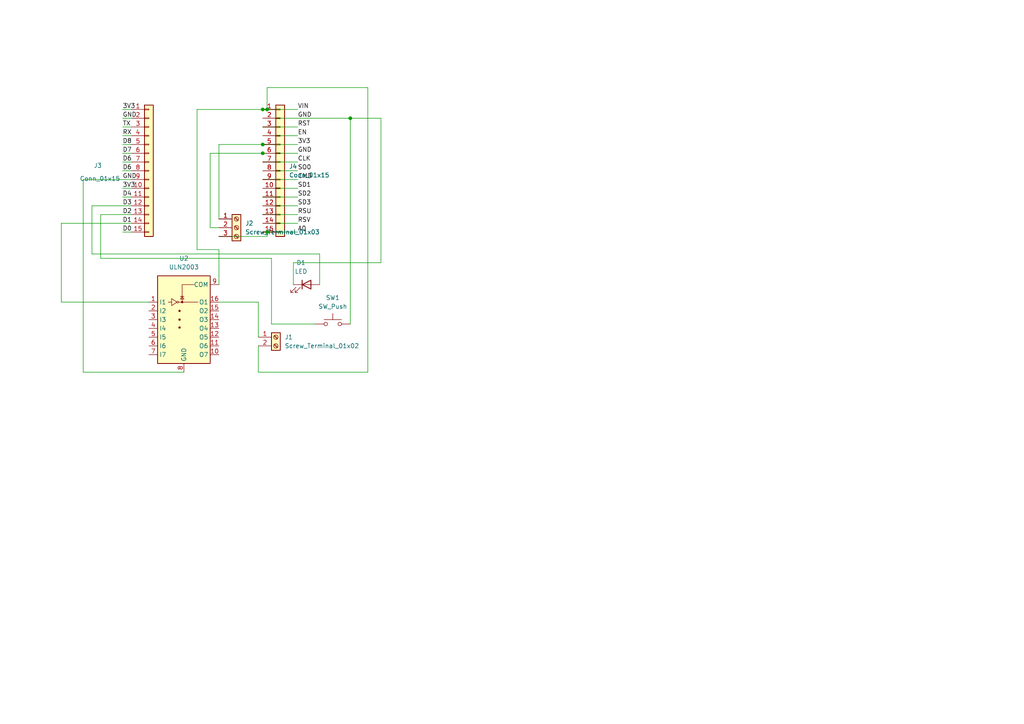
<source format=kicad_sch>
(kicad_sch (version 20250114) (generator "eeschema") (generator_version "9.0")
  (paper "A4")
  (lib_symbols
    (symbol "Connector:Screw_Terminal_01x02" (pin_names (offset 1.016) (hide yes))
      (property "Reference" "J" (at 0 2.54 0))
      (property "Value" "Screw_Terminal_01x02" (at 0 -5.08 0))
      (symbol "Screw_Terminal_01x02_1_1"
        (rectangle (start -1.27 1.27) (end 1.27 -3.81) (stroke (width 0.254)) (fill (type background)))
        (polyline (pts (xy -0.5334 0.3302) (xy 0.3302 -0.508)) (stroke (width 0.1524)))
        (polyline (pts (xy -0.5334 -2.2098) (xy 0.3302 -3.048)) (stroke (width 0.1524)))
        (polyline (pts (xy -0.3556 0.508) (xy 0.508 -0.3302)) (stroke (width 0.1524)))
        (polyline (pts (xy -0.3556 -2.032) (xy 0.508 -2.8702)) (stroke (width 0.1524)))
        (circle (center 0 0) (radius 0.635) (stroke (width 0.1524)))
        (circle (center 0 -2.54) (radius 0.635) (stroke (width 0.1524)))
        (pin passive line (at -5.08 0 0) (length 3.81) (name "Pin_1") (number "1"))
        (pin passive line (at -5.08 -2.54 0) (length 3.81) (name "Pin_2") (number "2"))
      )
    )
    (symbol "Connector:Screw_Terminal_01x03" (pin_names (offset 1.016) (hide yes))
      (property "Reference" "J" (at 0 5.08 0))
      (property "Value" "Screw_Terminal_01x03" (at 0 -5.08 0))
      (symbol "Screw_Terminal_01x03_1_1"
        (rectangle (start -1.27 3.81) (end 1.27 -3.81) (stroke (width 0.254)) (fill (type background)))
        (polyline (pts (xy -0.5334 2.8702) (xy 0.3302 2.032)) (stroke (width 0.1524)))
        (polyline (pts (xy -0.5334 0.3302) (xy 0.3302 -0.508)) (stroke (width 0.1524)))
        (polyline (pts (xy -0.5334 -2.2098) (xy 0.3302 -3.048)) (stroke (width 0.1524)))
        (polyline (pts (xy -0.3556 3.048) (xy 0.508 2.2098)) (stroke (width 0.1524)))
        (polyline (pts (xy -0.3556 0.508) (xy 0.508 -0.3302)) (stroke (width 0.1524)))
        (polyline (pts (xy -0.3556 -2.032) (xy 0.508 -2.8702)) (stroke (width 0.1524)))
        (circle (center 0 2.54) (radius 0.635) (stroke (width 0.1524)))
        (circle (center 0 0) (radius 0.635) (stroke (width 0.1524)))
        (circle (center 0 -2.54) (radius 0.635) (stroke (width 0.1524)))
        (pin passive line (at -5.08 2.54 0) (length 3.81) (name "Pin_1") (number "1"))
        (pin passive line (at -5.08 0 0) (length 3.81) (name "Pin_2") (number "2"))
        (pin passive line (at -5.08 -2.54 0) (length 3.81) (name "Pin_3") (number "3"))
      )
    )
    (symbol "Connector_Generic:Conn_01x15" (pin_names (offset 1.016) (hide yes))
      (property "Reference" "J" (at 0 20.32 0))
      (property "Value" "Conn_01x15" (at 0 -20.32 0))
      (symbol "Conn_01x15_1_1"
        (rectangle (start -1.27 19.05) (end 1.27 -19.05) (stroke (width 0.254)) (fill (type background)))
        (rectangle (start -1.27 17.907) (end 0 17.653) (stroke (width 0.1524)))
        (rectangle (start -1.27 15.367) (end 0 15.113) (stroke (width 0.1524)))
        (rectangle (start -1.27 12.827) (end 0 12.573) (stroke (width 0.1524)))
        (rectangle (start -1.27 10.287) (end 0 10.033) (stroke (width 0.1524)))
        (rectangle (start -1.27 7.747) (end 0 7.493) (stroke (width 0.1524)))
        (rectangle (start -1.27 5.207) (end 0 4.953) (stroke (width 0.1524)))
        (rectangle (start -1.27 2.667) (end 0 2.413) (stroke (width 0.1524)))
        (rectangle (start -1.27 0.127) (end 0 -0.127) (stroke (width 0.1524)))
        (rectangle (start -1.27 -2.413) (end 0 -2.667) (stroke (width 0.1524)))
        (rectangle (start -1.27 -4.953) (end 0 -5.207) (stroke (width 0.1524)))
        (rectangle (start -1.27 -7.493) (end 0 -7.747) (stroke (width 0.1524)))
        (rectangle (start -1.27 -10.033) (end 0 -10.287) (stroke (width 0.1524)))
        (rectangle (start -1.27 -12.573) (end 0 -12.827) (stroke (width 0.1524)))
        (rectangle (start -1.27 -15.113) (end 0 -15.367) (stroke (width 0.1524)))
        (rectangle (start -1.27 -17.653) (end 0 -17.907) (stroke (width 0.1524)))
        (pin passive line (at -5.08 17.78 0) (length 3.81) (name "Pin_1") (number "1"))
        (pin passive line (at -5.08 15.24 0) (length 3.81) (name "Pin_2") (number "2"))
        (pin passive line (at -5.08 12.7 0) (length 3.81) (name "Pin_3") (number "3"))
        (pin passive line (at -5.08 10.16 0) (length 3.81) (name "Pin_4") (number "4"))
        (pin passive line (at -5.08 7.62 0) (length 3.81) (name "Pin_5") (number "5"))
        (pin passive line (at -5.08 5.08 0) (length 3.81) (name "Pin_6") (number "6"))
        (pin passive line (at -5.08 2.54 0) (length 3.81) (name "Pin_7") (number "7"))
        (pin passive line (at -5.08 0 0) (length 3.81) (name "Pin_8") (number "8"))
        (pin passive line (at -5.08 -2.54 0) (length 3.81) (name "Pin_9") (number "9"))
        (pin passive line (at -5.08 -5.08 0) (length 3.81) (name "Pin_10") (number "10"))
        (pin passive line (at -5.08 -7.62 0) (length 3.81) (name "Pin_11") (number "11"))
        (pin passive line (at -5.08 -10.16 0) (length 3.81) (name "Pin_12") (number "12"))
        (pin passive line (at -5.08 -12.7 0) (length 3.81) (name "Pin_13") (number "13"))
        (pin passive line (at -5.08 -15.24 0) (length 3.81) (name "Pin_14") (number "14"))
        (pin passive line (at -5.08 -17.78 0) (length 3.81) (name "Pin_15") (number "15"))
      )
    )
    (symbol "Device:LED" (pin_numbers (hide yes)) (pin_names (offset 1.016) (hide yes))
      (property "Reference" "D" (at 0 2.54 0))
      (property "Value" "LED" (at 0 -2.54 0))
      (symbol "LED_0_1"
        (polyline (pts (xy -3.048 -0.762) (xy -4.572 -2.286) (xy -3.81 -2.286) (xy -4.572 -2.286) (xy -4.572 -1.524)))
        (polyline (pts (xy -1.778 -0.762) (xy -3.302 -2.286) (xy -2.54 -2.286) (xy -3.302 -2.286) (xy -3.302 -1.524)))
        (polyline (pts (xy -1.27 0) (xy 1.27 0)))
        (polyline (pts (xy -1.27 -1.27) (xy -1.27 1.27)) (stroke (width 0.254)))
        (polyline (pts (xy 1.27 -1.27) (xy 1.27 1.27) (xy -1.27 0) (xy 1.27 -1.27)) (stroke (width 0.254)))
      )
      (symbol "LED_1_1"
        (pin passive line (at -3.81 0 0) (length 2.54) (name "K") (number "1"))
        (pin passive line (at 3.81 0 180) (length 2.54) (name "A") (number "2"))
      )
    )
    (symbol "Switch:SW_Push" (pin_numbers (hide yes)) (pin_names (offset 1.016) (hide yes))
      (property "Reference" "SW" (at 1.27 2.54 0))
      (property "Value" "SW_Push" (at 0 -1.524 0))
      (symbol "SW_Push_0_1"
        (circle (center -2.032 0) (radius 0.508))
        (polyline (pts (xy 0 1.27) (xy 0 3.048)))
        (circle (center 2.032 0) (radius 0.508))
        (polyline (pts (xy 2.54 1.27) (xy -2.54 1.27)))
        (pin passive line (at -5.08 0 0) (length 2.54) (name "1") (number "1"))
        (pin passive line (at 5.08 0 180) (length 2.54) (name "2") (number "2"))
      )
    )
    (symbol "Transistor_Array:ULN2003"
      (property "Reference" "U" (at 0 15.875 0))
      (property "Value" "ULN2003" (at 0 13.97 0))
      (symbol "ULN2003_0_1"
        (rectangle (start -7.62 -12.7) (end 7.62 12.7) (stroke (width 0.254)) (fill (type background)))
        (polyline (pts (xy -4.572 5.08) (xy -3.556 5.08)))
        (polyline (pts (xy -3.556 6.096) (xy -3.556 4.064) (xy -2.032 5.08) (xy -3.556 6.096)))
        (circle (center -1.778 5.08) (radius 0.254))
        (polyline (pts (xy -1.524 5.08) (xy 4.064 5.08)))
        (circle (center -1.27 2.54) (radius 0.254) (fill (type outline)))
        (circle (center -1.27 0) (radius 0.254) (fill (type outline)))
        (circle (center -1.27 -2.286) (radius 0.254) (fill (type outline)))
        (circle (center -0.508 5.08) (radius 0.254) (fill (type outline)))
        (polyline (pts (xy -0.508 5.08) (xy -0.508 10.16) (xy 2.921 10.16)))
        (polyline (pts (xy 0 6.731) (xy -1.016 6.731)))
        (polyline (pts (xy 0 5.969) (xy -1.016 5.969) (xy -0.508 6.731) (xy 0 5.969)))
      )
      (symbol "ULN2003_1_1"
        (pin input line (at -10.16 5.08 0) (length 2.54) (name "I1") (number "1"))
        (pin input line (at -10.16 2.54 0) (length 2.54) (name "I2") (number "2"))
        (pin input line (at -10.16 0 0) (length 2.54) (name "I3") (number "3"))
        (pin input line (at -10.16 -2.54 0) (length 2.54) (name "I4") (number "4"))
        (pin input line (at -10.16 -5.08 0) (length 2.54) (name "I5") (number "5"))
        (pin input line (at -10.16 -7.62 0) (length 2.54) (name "I6") (number "6"))
        (pin input line (at -10.16 -10.16 0) (length 2.54) (name "I7") (number "7"))
        (pin power_in line (at 0 -15.24 90) (length 2.54) (name "GND") (number "8"))
        (pin passive line (at 10.16 10.16 180) (length 2.54) (name "COM") (number "9"))
        (pin open_collector line (at 10.16 5.08 180) (length 2.54) (name "O1") (number "16"))
        (pin open_collector line (at 10.16 2.54 180) (length 2.54) (name "O2") (number "15"))
        (pin open_collector line (at 10.16 0 180) (length 2.54) (name "O3") (number "14"))
        (pin open_collector line (at 10.16 -2.54 180) (length 2.54) (name "O4") (number "13"))
        (pin open_collector line (at 10.16 -5.08 180) (length 2.54) (name "O5") (number "12"))
        (pin open_collector line (at 10.16 -7.62 180) (length 2.54) (name "O6") (number "11"))
        (pin open_collector line (at 10.16 -10.16 180) (length 2.54) (name "O7") (number "10"))
      )
    )
  )
  (junction (at 76.2 41.91))
  (junction (at 77.47 31.75))
  (junction (at 101.6 34.29))
  (junction (at 76.2 31.75))
  (junction (at 76.2 44.45))
  (junction (at 77.47 67.31))
  (wire (pts (xy 53.34 107.95) (xy 24.13 107.95)))
  (wire (pts (xy 85.09 76.2) (xy 85.09 82.55)))
  (wire (pts (xy 76.2 39.37) (xy 86.36 39.37)))
  (wire (pts (xy 63.5 82.55) (xy 63.5 72.39)))
  (wire (pts (xy 76.2 41.91) (xy 86.36 41.91)))
  (wire (pts (xy 38.1 44.45) (xy 35.56 44.45)))
  (wire (pts (xy 24.13 107.95) (xy 24.13 52.07)))
  (wire (pts (xy 76.2 52.07) (xy 86.36 52.07)))
  (wire (pts (xy 63.5 72.39) (xy 57.15 72.39)))
  (wire (pts (xy 106.68 25.4) (xy 77.47 25.4)))
  (wire (pts (xy 29.21 74.93) (xy 78.74 74.93)))
  (wire (pts (xy 26.67 73.66) (xy 92.71 73.66)))
  (wire (pts (xy 60.96 66.04) (xy 60.96 44.45)))
  (wire (pts (xy 17.78 87.63) (xy 43.18 87.63)))
  (wire (pts (xy 106.68 107.95) (xy 106.68 25.4)))
  (wire (pts (xy 63.5 87.63) (xy 74.93 87.63)))
  (wire (pts (xy 76.2 31.75) (xy 77.47 31.75)))
  (wire (pts (xy 38.1 36.83) (xy 35.56 36.83)))
  (wire (pts (xy 76.2 62.23) (xy 86.36 62.23)))
  (wire (pts (xy 63.5 68.58) (xy 77.47 68.58)))
  (wire (pts (xy 110.49 76.2) (xy 85.09 76.2)))
  (wire (pts (xy 101.6 34.29) (xy 101.6 93.98)))
  (wire (pts (xy 17.78 64.77) (xy 17.78 87.63)))
  (wire (pts (xy 63.5 63.5) (xy 63.5 41.91)))
  (wire (pts (xy 78.74 74.93) (xy 78.74 93.98)))
  (wire (pts (xy 76.2 34.29) (xy 101.6 34.29)))
  (wire (pts (xy 92.71 73.66) (xy 92.71 82.55)))
  (wire (pts (xy 38.1 46.99) (xy 35.56 46.99)))
  (wire (pts (xy 63.5 66.04) (xy 60.96 66.04)))
  (wire (pts (xy 76.2 49.53) (xy 86.36 49.53)))
  (wire (pts (xy 76.2 57.15) (xy 86.36 57.15)))
  (wire (pts (xy 110.49 34.29) (xy 110.49 76.2)))
  (wire (pts (xy 77.47 31.75) (xy 86.36 31.75)))
  (wire (pts (xy 77.47 25.4) (xy 77.47 31.75)))
  (wire (pts (xy 26.67 59.69) (xy 26.67 73.66)))
  (wire (pts (xy 76.2 36.83) (xy 86.36 36.83)))
  (wire (pts (xy 76.2 44.45) (xy 86.36 44.45)))
  (wire (pts (xy 76.2 59.69) (xy 86.36 59.69)))
  (wire (pts (xy 74.93 100.33) (xy 74.93 107.95)))
  (wire (pts (xy 17.78 64.77) (xy 38.1 64.77)))
  (wire (pts (xy 24.13 52.07) (xy 38.1 52.07)))
  (wire (pts (xy 38.1 54.61) (xy 35.56 54.61)))
  (wire (pts (xy 57.15 72.39) (xy 57.15 31.75)))
  (wire (pts (xy 63.5 41.91) (xy 76.2 41.91)))
  (wire (pts (xy 38.1 34.29) (xy 35.56 34.29)))
  (wire (pts (xy 26.67 59.69) (xy 38.1 59.69)))
  (wire (pts (xy 38.1 49.53) (xy 35.56 49.53)))
  (wire (pts (xy 29.21 62.23) (xy 38.1 62.23)))
  (wire (pts (xy 38.1 31.75) (xy 35.56 31.75)))
  (wire (pts (xy 74.93 107.95) (xy 106.68 107.95)))
  (wire (pts (xy 78.74 93.98) (xy 91.44 93.98)))
  (wire (pts (xy 77.47 67.31) (xy 86.36 67.31)))
  (wire (pts (xy 101.6 34.29) (xy 110.49 34.29)))
  (wire (pts (xy 60.96 44.45) (xy 76.2 44.45)))
  (wire (pts (xy 76.2 64.77) (xy 86.36 64.77)))
  (wire (pts (xy 57.15 31.75) (xy 76.2 31.75)))
  (wire (pts (xy 77.47 68.58) (xy 77.47 67.31)))
  (wire (pts (xy 74.93 87.63) (xy 74.93 97.79)))
  (wire (pts (xy 29.21 62.23) (xy 29.21 74.93)))
  (wire (pts (xy 38.1 39.37) (xy 35.56 39.37)))
  (wire (pts (xy 76.2 46.99) (xy 86.36 46.99)))
  (wire (pts (xy 38.1 41.91) (xy 35.56 41.91)))
  (wire (pts (xy 38.1 67.31) (xy 35.56 67.31)))
  (wire (pts (xy 76.2 54.61) (xy 86.36 54.61)))
  (wire (pts (xy 76.2 67.31) (xy 77.47 67.31)))
  (wire (pts (xy 38.1 57.15) (xy 35.56 57.15)))
  (label "3V3" (at 35.56 54.61 0))
  (label "TX" (at 35.56 36.83 0))
  (label "EN" (at 86.36 39.37 0))
  (label "D6" (at 35.56 46.99 0))
  (label "D1" (at 35.56 64.77 0))
  (label "GND" (at 35.56 52.07 0))
  (label "SD1" (at 86.36 54.61 0))
  (label "SD2" (at 86.36 57.15 0))
  (label "D3" (at 35.56 59.69 0))
  (label "SO0" (at 86.36 49.53 0))
  (label "RSV" (at 86.36 64.77 0))
  (label "D2" (at 35.56 62.23 0))
  (label "GND" (at 86.36 34.29 0))
  (label "SD3" (at 86.36 59.69 0))
  (label "3V3" (at 86.36 41.91 0))
  (label "VIN" (at 86.36 31.75 0))
  (label "CLK" (at 86.36 46.99 0))
  (label "RX" (at 35.56 39.37 0))
  (label "D0" (at 35.56 67.31 0))
  (label "CMD" (at 86.36 52.07 0))
  (label "GND" (at 86.36 44.45 0))
  (label "RSU" (at 86.36 62.23 0))
  (label "D8" (at 35.56 41.91 0))
  (label "3V3" (at 35.56 31.75 0))
  (label "D7" (at 35.56 44.45 0))
  (label "D6" (at 35.56 49.53 0))
  (label "RST" (at 86.36 36.83 0))
  (label "D4" (at 35.56 57.15 0))
  (label "A0" (at 86.36 67.31 0))
  (label "GND" (at 35.56 34.29 0))
  (symbol (lib_id "Connector:Screw_Terminal_01x02") (at 80.01 97.79 0) (unit 1)
    (property "Reference" "J1" (at 82.55 97.7899 0) (effects (justify left)))
    (property "Value" "Screw_Terminal_01x02" (at 82.55 100.3299 0) (effects (justify left)))
    (property "Footprint" "Connector_PinHeader_2.54mm:PinHeader_1x02_P2.54mm_Vertical" (effects (hide yes)))
    (property "Description" "Generic screw terminal, single row, 01x02, script generated (kicad-library-utils/schlib/autogen/connector/)" (effects (hide yes)))
  )
  (symbol (lib_id "Device:LED") (at 88.9 82.55 0) (unit 1)
    (property "Reference" "D1" (at 87.3125 76.2 0))
    (property "Value" "LED" (at 87.3125 78.74 0))
    (property "Footprint" "LED_THT:LED_D5.0mm" (effects (hide yes)))
    (property "Description" "Light emitting diode" (effects (hide yes)))
    (property "Sim.Pins" "1=K 2=A" (effects (hide yes)))
  )
  (symbol (lib_id "Connector_Generic:Conn_01x15") (at 81.28 49.53 0) (unit 1)
    (property "Reference" "J4" (at 83.82 48.2599 0) (effects (justify left)))
    (property "Value" "Conn_01x15" (at 83.82 50.7999 0) (effects (justify left)))
    (property "Footprint" "Connector_PinHeader_2.54mm:PinHeader_1x15_P2.54mm_Vertical" (effects (hide yes)))
    (property "Description" "Generic connector, single row, 01x15, script generated (kicad-library-utils/schlib/autogen/connector/)" (effects (hide yes)))
  )
  (symbol (lib_id "Connector:Screw_Terminal_01x03") (at 68.58 66.04 0) (unit 1)
    (property "Reference" "J2" (at 71.12 64.7699 0) (effects (justify left)))
    (property "Value" "Screw_Terminal_01x03" (at 71.12 67.3099 0) (effects (justify left)))
    (property "Footprint" "Connector_PinHeader_2.54mm:PinHeader_1x03_P2.54mm_Vertical" (effects (hide yes)))
    (property "Description" "Generic screw terminal, single row, 01x03, script generated (kicad-library-utils/schlib/autogen/connector/)" (effects (hide yes)))
  )
  (symbol (lib_id "Transistor_Array:ULN2003") (at 53.34 92.71 0) (unit 1)
    (property "Reference" "U2" (at 53.34 74.93 0))
    (property "Value" "ULN2003" (at 53.34 77.47 0))
    (property "Footprint" "Package_DIP:DIP-16_W7.62mm" (effects (hide yes)))
    (property "Datasheet" "http://www.ti.com/lit/ds/symlink/uln2003a.pdf" (effects (hide yes)))
    (property "Description" "High Voltage, High Current Darlington Transistor Arrays, SOIC16/SOIC16W/DIP16/TSSOP16" (effects (hide yes)))
  )
  (symbol (lib_id "Connector_Generic:Conn_01x15") (at 43.18 49.53 0) (unit 1)
    (property "Reference" "J3" (at 27.178 48.006 0) (effects (justify left)))
    (property "Value" "Conn_01x15" (at 23.114 51.816 0) (effects (justify left)))
    (property "Footprint" "Connector_PinHeader_2.54mm:PinHeader_1x15_P2.54mm_Vertical" (effects (hide yes)))
    (property "Description" "Generic connector, single row, 01x15, script generated (kicad-library-utils/schlib/autogen/connector/)" (effects (hide yes)))
  )
  (symbol (lib_id "Switch:SW_Push") (at 96.52 93.98 0) (unit 1)
    (property "Reference" "SW1" (at 96.52 86.36 0))
    (property "Value" "SW_Push" (at 96.52 88.9 0))
    (property "Footprint" "Button_Switch_THT:SW_PUSH-12mm" (effects (hide yes)))
    (property "Description" "Push button switch, generic, two pins" (effects (hide yes)))
  )
)
</source>
